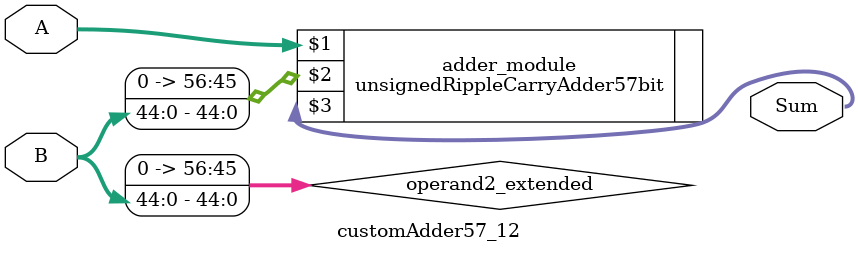
<source format=v>
module customAdder57_12(
                        input [56 : 0] A,
                        input [44 : 0] B,
                        
                        output [57 : 0] Sum
                );

        wire [56 : 0] operand2_extended;
        
        assign operand2_extended =  {12'b0, B};
        
        unsignedRippleCarryAdder57bit adder_module(
            A,
            operand2_extended,
            Sum
        );
        
        endmodule
        
</source>
